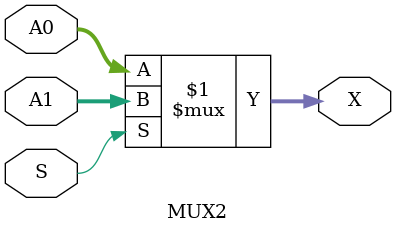
<source format=v>
module MUX2(X, A0, A1, S);
   parameter WIDTH=32;     // How many bits wide are the lines

   output [WIDTH-1:0] X;   // The output line

   input [WIDTH-1:0]  A1;  // Input line with id 1'b1
   input [WIDTH-1:0]  A0;  // Input line with id 1'b0
   input 	      S;  // Selection bit
   
   assign X = S  ? A1 : A0;
endmodule // multiplexer_2_1



</source>
